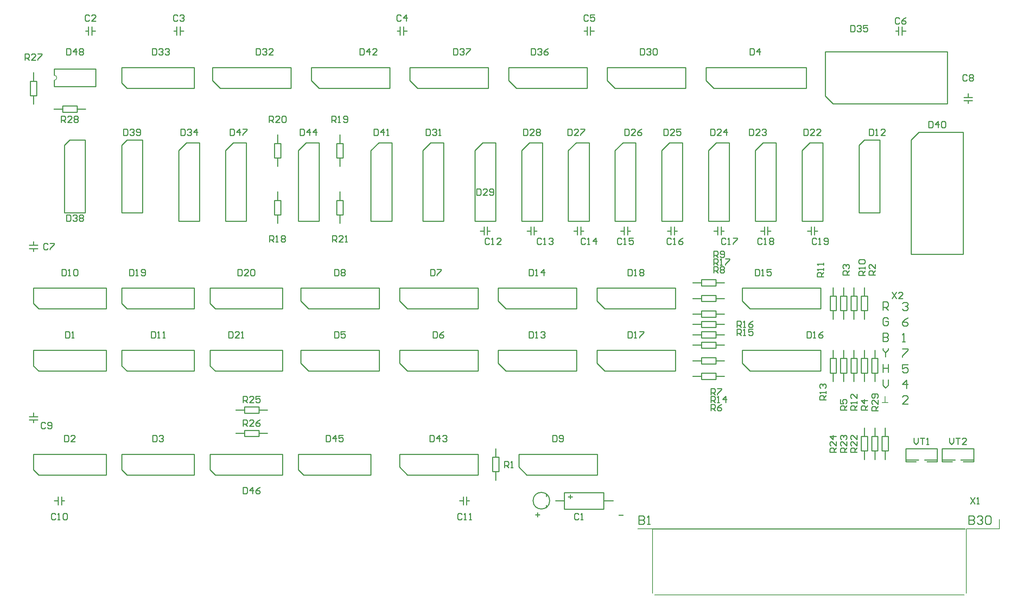
<source format=gto>
G04*
G04 #@! TF.GenerationSoftware,Altium Limited,Altium Designer,23.6.0 (18)*
G04*
G04 Layer_Color=65535*
%FSLAX44Y44*%
%MOMM*%
G71*
G04*
G04 #@! TF.SameCoordinates,8006C624-1F22-46BB-959B-2378D66551BF*
G04*
G04*
G04 #@! TF.FilePolarity,Positive*
G04*
G01*
G75*
%ADD10C,0.2540*%
%ADD11C,0.2000*%
%ADD12C,0.1999*%
%ADD13C,0.2500*%
G36*
X2263057Y537373D02*
X2269908D01*
Y535750D01*
X2254500D01*
Y537373D01*
X2261420D01*
Y552101D01*
X2263057D01*
Y537373D01*
D02*
G37*
D10*
X1455250Y300250D02*
G03*
X1455250Y300250I-20000J0D01*
G01*
X1447000Y283750D02*
Y289500D01*
Y310500D02*
Y316250D01*
X1918750Y812500D02*
X2107500D01*
Y762500D02*
Y812500D01*
X1918750Y781250D02*
Y812500D01*
X1937500Y762500D02*
X2107500D01*
X1918750Y781250D02*
X1937500Y762500D01*
X1918750Y662500D02*
X2107500D01*
Y612500D02*
Y662500D01*
X1918750Y631250D02*
Y662500D01*
X1937500Y612500D02*
X2107500D01*
X1918750Y631250D02*
X1937500Y612500D01*
X425000Y812500D02*
X600000D01*
Y762500D02*
Y812500D01*
X425000Y775000D02*
Y812500D01*
X437500Y762500D02*
X600000D01*
X425000Y775000D02*
X437500Y762500D01*
X2084500Y940000D02*
Y960000D01*
X2075500Y950000D02*
X2084500D01*
X2093500D02*
X2099500D01*
X2092500Y940000D02*
Y960000D01*
X1972000Y940000D02*
Y960000D01*
X1963000Y950000D02*
X1972000D01*
X1981000D02*
X1987000D01*
X1980000Y940000D02*
Y960000D01*
X1859500Y940000D02*
Y960000D01*
X1850500Y950000D02*
X1859500D01*
X1868500D02*
X1874500D01*
X1867500Y940000D02*
Y960000D01*
X1747000Y940000D02*
Y960000D01*
X1738000Y950000D02*
X1747000D01*
X1756000D02*
X1762000D01*
X1755000Y940000D02*
Y960000D01*
X1634500Y940000D02*
Y960000D01*
X1625500Y950000D02*
X1634500D01*
X1643500D02*
X1649500D01*
X1642500Y940000D02*
Y960000D01*
X1522000Y940000D02*
Y960000D01*
X1513000Y950000D02*
X1522000D01*
X1531000D02*
X1537000D01*
X1530000Y940000D02*
Y960000D01*
X1409500Y940000D02*
Y960000D01*
X1400500Y950000D02*
X1409500D01*
X1418500D02*
X1424500D01*
X1417500Y940000D02*
Y960000D01*
X1297000Y940000D02*
Y960000D01*
X1288000Y950000D02*
X1297000D01*
X1306000D02*
X1312000D01*
X1305000Y940000D02*
Y960000D01*
X2000000Y973750D02*
Y1162500D01*
X1950000Y973750D02*
X2000000D01*
X1968750Y1162500D02*
X2000000D01*
X1950000Y973750D02*
Y1143750D01*
X1968750Y1162500D01*
X212500Y375000D02*
X225000Y362500D01*
X387500D01*
X212500Y375000D02*
Y412500D01*
X387500Y362500D02*
Y412500D01*
X212500D02*
X387500D01*
X1585000Y300000D02*
X1608000D01*
X1469000D02*
X1490000D01*
Y280000D02*
X1585000D01*
Y320000D01*
X1490000D02*
X1585000D01*
X1490000Y280000D02*
Y320000D01*
X1500000Y310000D02*
X1510000D01*
X1505000Y305000D02*
Y315000D01*
X2118750Y1275000D02*
Y1381250D01*
X2412500D01*
X2118750Y1275000D02*
X2137500Y1256250D01*
X2412500D01*
Y1381250D01*
X1702999Y233001D02*
X2454499D01*
X1855500Y825000D02*
X1875500D01*
X1820500Y817500D02*
Y832500D01*
Y817500D02*
X1855500D01*
Y832500D01*
X1820500D02*
X1855500D01*
X1799500Y825000D02*
X1820500D01*
X202500Y495000D02*
X222500D01*
X212500Y488000D02*
Y494000D01*
Y503000D02*
Y512000D01*
X202500Y503000D02*
X222500D01*
X202500Y907500D02*
X222500D01*
X212500Y900500D02*
Y906500D01*
Y915500D02*
Y924500D01*
X202500Y915500D02*
X222500D01*
X212500Y1255750D02*
Y1275750D01*
X205000Y1310750D02*
X220000D01*
X205000Y1275750D02*
Y1310750D01*
Y1275750D02*
X220000D01*
Y1310750D01*
X212500Y1310750D02*
Y1331750D01*
X557500Y1421250D02*
Y1441250D01*
X550500Y1431250D02*
X556500D01*
X565500D02*
X574500D01*
X565500Y1421250D02*
Y1441250D01*
X1095000Y1421250D02*
Y1441250D01*
X1088000Y1431250D02*
X1094000D01*
X1103000D02*
X1112000D01*
X1103000Y1421250D02*
Y1441250D01*
X1545000Y1421250D02*
Y1441250D01*
X1538000Y1431250D02*
X1544000D01*
X1553000D02*
X1562000D01*
X1553000Y1421250D02*
Y1441250D01*
X2452500Y1263750D02*
X2472500D01*
X2462500Y1256750D02*
Y1262750D01*
Y1271750D02*
Y1280750D01*
X2452500Y1271750D02*
X2472500D01*
X2295000Y1421250D02*
Y1441250D01*
X2288000Y1431250D02*
X2294000D01*
X2303000D02*
X2312000D01*
X2303000Y1421250D02*
Y1441250D01*
X1831250Y1312500D02*
X1850000Y1293750D01*
X2072500D01*
X1831250Y1312500D02*
Y1343750D01*
X2072500Y1293750D02*
Y1343750D01*
X1831250D02*
X2072500D01*
X1247000Y290000D02*
Y310000D01*
X1238000Y300000D02*
X1247000D01*
X1256000D02*
X1262000D01*
X1255000Y290000D02*
Y310000D01*
X272000Y290000D02*
Y310000D01*
X263000Y300000D02*
X272000D01*
X281000D02*
X287000D01*
X280000Y290000D02*
Y310000D01*
X2237500Y587000D02*
Y608000D01*
X2230000Y608000D02*
Y643000D01*
X2245000D01*
Y608000D02*
Y643000D01*
X2230000Y608000D02*
X2245000D01*
X2237500Y643000D02*
Y663000D01*
X2262500Y399500D02*
Y420500D01*
X2255000Y420500D02*
Y455500D01*
X2270000D01*
Y420500D02*
Y455500D01*
X2255000Y420500D02*
X2270000D01*
X2262500Y455500D02*
Y475500D01*
X2237500Y399500D02*
Y420500D01*
X2230000Y420500D02*
Y455500D01*
X2245000D01*
Y420500D02*
Y455500D01*
X2230000Y420500D02*
X2245000D01*
X2237500Y455500D02*
Y475500D01*
X2212500Y399500D02*
Y420500D01*
X2205000Y420500D02*
Y455500D01*
X2220000D01*
Y420500D02*
Y455500D01*
X2205000Y420500D02*
X2220000D01*
X2212500Y455500D02*
Y475500D01*
X699500Y462500D02*
X720500D01*
X720500Y470000D02*
X755500D01*
Y455000D02*
Y470000D01*
X720500Y455000D02*
X755500D01*
X720500D02*
Y470000D01*
X755500Y462500D02*
X775500D01*
X699500Y518750D02*
X720500D01*
X720500Y526250D02*
X755500D01*
Y511250D02*
Y526250D01*
X720500Y511250D02*
X755500D01*
X720500D02*
Y526250D01*
X755500Y518750D02*
X775500D01*
X1325000Y349500D02*
Y370500D01*
X1317500Y370500D02*
Y405500D01*
X1332500D01*
Y370500D02*
Y405500D01*
X1317500Y370500D02*
X1332500D01*
X1325000Y405500D02*
Y425500D01*
X2212500Y587000D02*
Y608000D01*
X2205000Y608000D02*
Y643000D01*
X2220000D01*
Y608000D02*
Y643000D01*
X2205000Y608000D02*
X2220000D01*
X2212500Y643000D02*
Y663000D01*
X2187500Y587000D02*
Y608000D01*
X2180000Y608000D02*
Y643000D01*
X2195000D01*
Y608000D02*
Y643000D01*
X2180000Y608000D02*
X2195000D01*
X2187500Y643000D02*
Y663000D01*
X2162500Y587000D02*
Y608000D01*
X2155000Y608000D02*
Y643000D01*
X2170000D01*
Y608000D02*
Y643000D01*
X2155000Y608000D02*
X2170000D01*
X2162500Y643000D02*
Y663000D01*
X2137500Y587000D02*
Y608000D01*
X2130000Y608000D02*
Y643000D01*
X2145000D01*
Y608000D02*
Y643000D01*
X2130000Y608000D02*
X2145000D01*
X2137500Y643000D02*
Y663000D01*
X2212500Y737000D02*
Y758000D01*
X2205000Y758000D02*
Y793000D01*
X2220000D01*
Y758000D02*
Y793000D01*
X2205000Y758000D02*
X2220000D01*
X2212500Y793000D02*
Y813000D01*
X2187500Y737000D02*
Y758000D01*
X2180000Y758000D02*
Y793000D01*
X2195000D01*
Y758000D02*
Y793000D01*
X2180000Y758000D02*
X2195000D01*
X2187500Y793000D02*
Y813000D01*
X2162500Y737000D02*
Y758000D01*
X2155000Y758000D02*
Y793000D01*
X2170000D01*
Y758000D02*
Y793000D01*
X2155000Y758000D02*
X2170000D01*
X2162500Y793000D02*
Y813000D01*
X2137500Y737000D02*
Y758000D01*
X2130000Y758000D02*
Y793000D01*
X2145000D01*
Y758000D02*
Y793000D01*
X2130000Y758000D02*
X2145000D01*
X2137500Y793000D02*
Y813000D01*
X1799500Y700000D02*
X1820500D01*
X1820500Y707500D02*
X1855500D01*
Y692500D02*
Y707500D01*
X1820500Y692500D02*
X1855500D01*
X1820500D02*
Y707500D01*
X1855500Y700000D02*
X1875500D01*
X1799500Y675000D02*
X1820500D01*
X1820500Y682500D02*
X1855500D01*
Y667500D02*
Y682500D01*
X1820500Y667500D02*
X1855500D01*
X1820500D02*
Y682500D01*
X1855500Y675000D02*
X1875500D01*
X1799500Y637500D02*
X1820500D01*
X1820500Y645000D02*
X1855500D01*
Y630000D02*
Y645000D01*
X1820500Y630000D02*
X1855500D01*
X1820500D02*
Y645000D01*
X1855500Y637500D02*
X1875500D01*
X1799500Y600000D02*
X1820500D01*
X1820500Y607500D02*
X1855500D01*
Y592500D02*
Y607500D01*
X1820500Y592500D02*
X1855500D01*
X1820500D02*
Y607500D01*
X1855500Y600000D02*
X1875500D01*
X1799500Y787500D02*
X1820500D01*
X1820500Y795000D02*
X1855500D01*
Y780000D02*
Y795000D01*
X1820500Y780000D02*
X1855500D01*
X1820500D02*
Y795000D01*
X1855500Y787500D02*
X1875500D01*
X1799500Y725000D02*
X1820500D01*
X1820500Y732500D02*
X1855500D01*
Y717500D02*
Y732500D01*
X1820500Y717500D02*
X1855500D01*
X1820500D02*
Y732500D01*
X1855500Y725000D02*
X1875500D01*
X1799500Y750000D02*
X1820500D01*
X1820500Y757500D02*
X1855500D01*
Y742500D02*
Y757500D01*
X1820500Y742500D02*
X1855500D01*
X1820500D02*
Y757500D01*
X1855500Y750000D02*
X1875500D01*
X353000Y1421250D02*
Y1441250D01*
Y1431250D02*
X362000D01*
X338000D02*
X344000D01*
X345000Y1421250D02*
Y1441250D01*
X800000Y1160750D02*
Y1181750D01*
X807500Y1125750D02*
Y1160750D01*
X792500Y1125750D02*
X807500D01*
X792500D02*
Y1160750D01*
X807500D01*
X800000Y1105750D02*
Y1125750D01*
X950000Y1160750D02*
Y1181750D01*
X957500Y1125750D02*
Y1160750D01*
X942500Y1125750D02*
X957500D01*
X942500D02*
Y1160750D01*
X957500D01*
X950000Y1105750D02*
Y1125750D01*
Y1023250D02*
Y1044250D01*
X957500Y988250D02*
Y1023250D01*
X942500Y988250D02*
X957500D01*
X942500D02*
Y1023250D01*
X957500D01*
X950000Y968250D02*
Y988250D01*
X800000Y1023250D02*
Y1044250D01*
X807500Y988250D02*
Y1023250D01*
X792500Y988250D02*
X807500D01*
X792500D02*
Y1023250D01*
X807500D01*
X800000Y968250D02*
Y988250D01*
X262000Y1243750D02*
X283000D01*
X283000Y1251250D02*
X318000D01*
Y1236250D02*
Y1251250D01*
X283000Y1236250D02*
X318000D01*
X283000D02*
Y1251250D01*
X318000Y1243750D02*
X338000D01*
X1381250Y381250D02*
X1400000Y362500D01*
X1570000D01*
X1381250Y381250D02*
Y412500D01*
X1570000Y362500D02*
Y412500D01*
X1381250D02*
X1570000D01*
X1093750Y381250D02*
X1112500Y362500D01*
X1282500D01*
X1093750Y381250D02*
Y412500D01*
X1282500Y362500D02*
Y412500D01*
X1093750D02*
X1282500D01*
X637500D02*
X812500D01*
Y362500D02*
Y412500D01*
X637500Y375000D02*
Y412500D01*
X650000Y362500D02*
X812500D01*
X637500Y375000D02*
X650000Y362500D01*
X850000Y412500D02*
X1025000D01*
Y362500D02*
Y412500D01*
X850000Y375000D02*
Y412500D01*
X862500Y362500D02*
X1025000D01*
X850000Y375000D02*
X862500Y362500D01*
X425000Y375000D02*
X437500Y362500D01*
X600000D01*
X425000Y375000D02*
Y412500D01*
X600000Y362500D02*
Y412500D01*
X425000D02*
X600000D01*
X425000Y662500D02*
X600000D01*
Y612500D02*
Y662500D01*
X425000Y625000D02*
Y662500D01*
X437500Y612500D02*
X600000D01*
X425000Y625000D02*
X437500Y612500D01*
X212500Y625000D02*
X225000Y612500D01*
X387500D01*
X212500Y625000D02*
Y662500D01*
X387500Y612500D02*
Y662500D01*
X212500D02*
X387500D01*
X637500D02*
X812500D01*
Y612500D02*
Y662500D01*
X637500Y625000D02*
Y662500D01*
X650000Y612500D02*
X812500D01*
X637500Y625000D02*
X650000Y612500D01*
X1568750Y781250D02*
X1587500Y762500D01*
X1757500D01*
X1568750Y781250D02*
Y812500D01*
X1757500Y762500D02*
Y812500D01*
X1568750D02*
X1757500D01*
X1568750Y631250D02*
X1587500Y612500D01*
X1757500D01*
X1568750Y631250D02*
Y662500D01*
X1757500Y612500D02*
Y662500D01*
X1568750D02*
X1757500D01*
X1331250Y631250D02*
X1350000Y612500D01*
X1520000D01*
X1331250Y631250D02*
Y662500D01*
X1520000Y612500D02*
Y662500D01*
X1331250D02*
X1520000D01*
X1331250Y781250D02*
X1350000Y762500D01*
X1520000D01*
X1331250Y781250D02*
Y812500D01*
X1520000Y762500D02*
Y812500D01*
X1331250D02*
X1520000D01*
X856250Y631250D02*
X875000Y612500D01*
X1045000D01*
X856250Y631250D02*
Y662500D01*
X1045000Y612500D02*
Y662500D01*
X856250D02*
X1045000D01*
X1093750Y631250D02*
X1112500Y612500D01*
X1282500D01*
X1093750Y631250D02*
Y662500D01*
X1282500Y612500D02*
Y662500D01*
X1093750D02*
X1282500D01*
X1093750Y781250D02*
X1112500Y762500D01*
X1282500D01*
X1093750Y781250D02*
Y812500D01*
X1282500Y762500D02*
Y812500D01*
X1093750D02*
X1282500D01*
X856250Y781250D02*
X875000Y762500D01*
X1045000D01*
X856250Y781250D02*
Y812500D01*
X1045000Y762500D02*
Y812500D01*
X856250D02*
X1045000D01*
X637500Y775000D02*
X650000Y762500D01*
X812500D01*
X637500Y775000D02*
Y812500D01*
X812500Y762500D02*
Y812500D01*
X637500D02*
X812500D01*
X212500Y775000D02*
X225000Y762500D01*
X387500D01*
X212500Y775000D02*
Y812500D01*
X387500Y762500D02*
Y812500D01*
X212500D02*
X387500D01*
X2325000Y893750D02*
X2450000D01*
X2325000D02*
Y1168750D01*
X2343750Y1187500D01*
X2450000Y893750D02*
Y1187500D01*
X2343750D02*
X2450000D01*
X2200000Y1156250D02*
X2212500Y1168750D01*
X2200000Y993750D02*
Y1156250D01*
X2212500Y1168750D02*
X2250000D01*
X2200000Y993750D02*
X2250000D01*
Y1168750D01*
X1612533Y1143783D02*
X1631283Y1162533D01*
X1612533Y973783D02*
Y1143783D01*
X1631283Y1162533D02*
X1662533D01*
X1612533Y973783D02*
X1662533D01*
Y1162533D01*
X1724967Y1143707D02*
X1743717Y1162457D01*
X1724967Y973708D02*
Y1143707D01*
X1743717Y1162457D02*
X1774967D01*
X1724967Y973708D02*
X1774967D01*
Y1162457D01*
X1837533Y1143783D02*
X1856283Y1162533D01*
X1837533Y973783D02*
Y1143783D01*
X1856283Y1162533D02*
X1887533D01*
X1837533Y973783D02*
X1887533D01*
Y1162533D01*
X2062500Y1143740D02*
X2081250Y1162490D01*
X2062500Y973740D02*
Y1143740D01*
X2081250Y1162490D02*
X2112500D01*
X2062500Y973740D02*
X2112500D01*
Y1162490D01*
X1500000Y1143750D02*
X1518750Y1162500D01*
X1500000Y973750D02*
Y1143750D01*
X1518750Y1162500D02*
X1550000D01*
X1500000Y973750D02*
X1550000D01*
Y1162500D01*
X1387500Y1143750D02*
X1406250Y1162500D01*
X1387500Y973750D02*
Y1143750D01*
X1406250Y1162500D02*
X1437500D01*
X1387500Y973750D02*
X1437500D01*
Y1162500D01*
X1275000Y1143750D02*
X1293750Y1162500D01*
X1275000Y973750D02*
Y1143750D01*
X1293750Y1162500D02*
X1325000D01*
X1275000Y973750D02*
X1325000D01*
Y1162500D01*
X1150000Y1143750D02*
X1168750Y1162500D01*
X1150000Y973750D02*
Y1143750D01*
X1168750Y1162500D02*
X1200000D01*
X1150000Y973750D02*
X1200000D01*
Y1162500D01*
X1025000Y1143750D02*
X1043750Y1162500D01*
X1025000Y973750D02*
Y1143750D01*
X1043750Y1162500D02*
X1075000D01*
X1025000Y973750D02*
X1075000D01*
Y1162500D01*
X850000Y1143750D02*
X868750Y1162500D01*
X850000Y973750D02*
Y1143750D01*
X868750Y1162500D02*
X900000D01*
X850000Y973750D02*
X900000D01*
Y1162500D01*
X675000Y1143750D02*
X693750Y1162500D01*
X675000Y973750D02*
Y1143750D01*
X693750Y1162500D02*
X725000D01*
X675000Y973750D02*
X725000D01*
Y1162500D01*
X562500Y1143750D02*
X581250Y1162500D01*
X562500Y973750D02*
Y1143750D01*
X581250Y1162500D02*
X612500D01*
X562500Y973750D02*
X612500D01*
Y1162500D01*
X475000Y993750D02*
Y1168750D01*
X425000Y993750D02*
X475000D01*
X437500Y1168750D02*
X475000D01*
X425000Y993750D02*
Y1156250D01*
X437500Y1168750D01*
X287500Y1156250D02*
X300000Y1168750D01*
X287500Y993750D02*
Y1156250D01*
X300000Y1168750D02*
X337500D01*
X287500Y993750D02*
X337500D01*
Y1168750D01*
X1593750Y1312500D02*
X1612500Y1293750D01*
X1782500D01*
X1593750Y1312500D02*
Y1343750D01*
X1782500Y1293750D02*
Y1343750D01*
X1593750D02*
X1782500D01*
X1356250Y1312500D02*
X1375000Y1293750D01*
X1545000D01*
X1356250Y1312500D02*
Y1343750D01*
X1545000Y1293750D02*
Y1343750D01*
X1356250D02*
X1545000D01*
X1118750Y1312500D02*
X1137500Y1293750D01*
X1307500D01*
X1118750Y1312500D02*
Y1343750D01*
X1307500Y1293750D02*
Y1343750D01*
X1118750D02*
X1307500D01*
X881250Y1312500D02*
X900000Y1293750D01*
X1070000D01*
X881250Y1312500D02*
Y1343750D01*
X1070000Y1293750D02*
Y1343750D01*
X881250D02*
X1070000D01*
X643750Y1312500D02*
X662500Y1293750D01*
X832500D01*
X643750Y1312500D02*
Y1343750D01*
X832500Y1293750D02*
Y1343750D01*
X643750D02*
X832500D01*
X425000Y1306250D02*
X437500Y1293750D01*
X600000D01*
X425000Y1306250D02*
Y1343750D01*
X600000Y1293750D02*
Y1343750D01*
X425000D02*
X600000D01*
X1420540Y266618D02*
X1430697D01*
X1425618Y271697D02*
Y261540D01*
X1621540Y265540D02*
X1631697D01*
X2464000Y263835D02*
Y243841D01*
X2473997D01*
X2477329Y247173D01*
Y250506D01*
X2473997Y253838D01*
X2464000D01*
X2473997D01*
X2477329Y257170D01*
Y260502D01*
X2473997Y263835D01*
X2464000D01*
X2483994Y260502D02*
X2487326Y263835D01*
X2493990D01*
X2497323Y260502D01*
Y257170D01*
X2493990Y253838D01*
X2490658D01*
X2493990D01*
X2497323Y250506D01*
Y247173D01*
X2493990Y243841D01*
X2487326D01*
X2483994Y247173D01*
X2503987Y260502D02*
X2507319Y263835D01*
X2513984D01*
X2517316Y260502D01*
Y247173D01*
X2513984Y243841D01*
X2507319D01*
X2503987Y247173D01*
Y260502D01*
X1670000Y263835D02*
Y243841D01*
X1679997D01*
X1683329Y247173D01*
Y250506D01*
X1679997Y253838D01*
X1670000D01*
X1679997D01*
X1683329Y257170D01*
Y260502D01*
X1679997Y263835D01*
X1670000D01*
X1689994Y243841D02*
X1696658D01*
X1693326D01*
Y263835D01*
X1689994Y260502D01*
X443456Y857617D02*
Y842383D01*
X451074D01*
X453613Y844922D01*
Y855078D01*
X451074Y857617D01*
X443456D01*
X458691Y842383D02*
X463770D01*
X461230D01*
Y857617D01*
X458691Y855078D01*
X471387Y844922D02*
X473926Y842383D01*
X479005D01*
X481544Y844922D01*
Y855078D01*
X479005Y857617D01*
X473926D01*
X471387Y855078D01*
Y852539D01*
X473926Y850000D01*
X481544D01*
X2097363Y930078D02*
X2094824Y932617D01*
X2089745D01*
X2087206Y930078D01*
Y919922D01*
X2089745Y917383D01*
X2094824D01*
X2097363Y919922D01*
X2102441Y917383D02*
X2107520D01*
X2104980D01*
Y932617D01*
X2102441Y930078D01*
X2115137Y919922D02*
X2117676Y917383D01*
X2122755D01*
X2125294Y919922D01*
Y930078D01*
X2122755Y932617D01*
X2117676D01*
X2115137Y930078D01*
Y927539D01*
X2117676Y925000D01*
X2125294D01*
X1966113Y930078D02*
X1963574Y932617D01*
X1958495D01*
X1955956Y930078D01*
Y919922D01*
X1958495Y917383D01*
X1963574D01*
X1966113Y919922D01*
X1971191Y917383D02*
X1976270D01*
X1973730D01*
Y932617D01*
X1971191Y930078D01*
X1983887D02*
X1986426Y932617D01*
X1991505D01*
X1994044Y930078D01*
Y927539D01*
X1991505Y925000D01*
X1994044Y922461D01*
Y919922D01*
X1991505Y917383D01*
X1986426D01*
X1983887Y919922D01*
Y922461D01*
X1986426Y925000D01*
X1983887Y927539D01*
Y930078D01*
X1986426Y925000D02*
X1991505D01*
X1878613Y930078D02*
X1876074Y932617D01*
X1870995D01*
X1868456Y930078D01*
Y919922D01*
X1870995Y917383D01*
X1876074D01*
X1878613Y919922D01*
X1883691Y917383D02*
X1888770D01*
X1886230D01*
Y932617D01*
X1883691Y930078D01*
X1896387Y932617D02*
X1906544D01*
Y930078D01*
X1896387Y919922D01*
Y917383D01*
X1747363Y930078D02*
X1744824Y932617D01*
X1739745D01*
X1737206Y930078D01*
Y919922D01*
X1739745Y917383D01*
X1744824D01*
X1747363Y919922D01*
X1752441Y917383D02*
X1757520D01*
X1754980D01*
Y932617D01*
X1752441Y930078D01*
X1775294Y932617D02*
X1770215Y930078D01*
X1765137Y925000D01*
Y919922D01*
X1767676Y917383D01*
X1772755D01*
X1775294Y919922D01*
Y922461D01*
X1772755Y925000D01*
X1765137D01*
X1628613Y930078D02*
X1626074Y932617D01*
X1620995D01*
X1618456Y930078D01*
Y919922D01*
X1620995Y917383D01*
X1626074D01*
X1628613Y919922D01*
X1633691Y917383D02*
X1638770D01*
X1636230D01*
Y932617D01*
X1633691Y930078D01*
X1656544Y932617D02*
X1646387D01*
Y925000D01*
X1651465Y927539D01*
X1654005D01*
X1656544Y925000D01*
Y919922D01*
X1654005Y917383D01*
X1648926D01*
X1646387Y919922D01*
X1541113Y930078D02*
X1538574Y932617D01*
X1533495D01*
X1530956Y930078D01*
Y919922D01*
X1533495Y917383D01*
X1538574D01*
X1541113Y919922D01*
X1546191Y917383D02*
X1551270D01*
X1548730D01*
Y932617D01*
X1546191Y930078D01*
X1566505Y917383D02*
Y932617D01*
X1558887Y925000D01*
X1569044D01*
X1434863Y930078D02*
X1432324Y932617D01*
X1427245D01*
X1424706Y930078D01*
Y919922D01*
X1427245Y917383D01*
X1432324D01*
X1434863Y919922D01*
X1439941Y917383D02*
X1445020D01*
X1442480D01*
Y932617D01*
X1439941Y930078D01*
X1452637D02*
X1455176Y932617D01*
X1460255D01*
X1462794Y930078D01*
Y927539D01*
X1460255Y925000D01*
X1457715D01*
X1460255D01*
X1462794Y922461D01*
Y919922D01*
X1460255Y917383D01*
X1455176D01*
X1452637Y919922D01*
X1309863Y930078D02*
X1307324Y932617D01*
X1302245D01*
X1299706Y930078D01*
Y919922D01*
X1302245Y917383D01*
X1307324D01*
X1309863Y919922D01*
X1314941Y917383D02*
X1320020D01*
X1317480D01*
Y932617D01*
X1314941Y930078D01*
X1337794Y917383D02*
X1327637D01*
X1337794Y927539D01*
Y930078D01*
X1335255Y932617D01*
X1330176D01*
X1327637Y930078D01*
X2279142Y802635D02*
X2289299Y787400D01*
Y802635D02*
X2279142Y787400D01*
X2304534D02*
X2294377D01*
X2304534Y797557D01*
Y800096D01*
X2301995Y802635D01*
X2296916D01*
X2294377Y800096D01*
X2467843Y307617D02*
X2478000Y292383D01*
Y307617D02*
X2467843Y292383D01*
X2483078D02*
X2488157D01*
X2485618D01*
Y307617D01*
X2483078Y305078D01*
X1243652Y267578D02*
X1241113Y270117D01*
X1236034D01*
X1233495Y267578D01*
Y257422D01*
X1236034Y254883D01*
X1241113D01*
X1243652Y257422D01*
X1248730Y254883D02*
X1253809D01*
X1251270D01*
Y270117D01*
X1248730Y267578D01*
X1261426Y254883D02*
X1266505D01*
X1263966D01*
Y270117D01*
X1261426Y267578D01*
X266113D02*
X263574Y270117D01*
X258495D01*
X255956Y267578D01*
Y257422D01*
X258495Y254883D01*
X263574D01*
X266113Y257422D01*
X271191Y254883D02*
X276270D01*
X273730D01*
Y270117D01*
X271191Y267578D01*
X283887D02*
X286426Y270117D01*
X291505D01*
X294044Y267578D01*
Y257422D01*
X291505Y254883D01*
X286426D01*
X283887Y257422D01*
Y267578D01*
X241211Y486328D02*
X238672Y488867D01*
X233593D01*
X231054Y486328D01*
Y476172D01*
X233593Y473633D01*
X238672D01*
X241211Y476172D01*
X246289D02*
X248828Y473633D01*
X253907D01*
X256446Y476172D01*
Y486328D01*
X253907Y488867D01*
X248828D01*
X246289Y486328D01*
Y483789D01*
X248828Y481250D01*
X256446D01*
X2459961Y1323828D02*
X2457422Y1326367D01*
X2452343D01*
X2449804Y1323828D01*
Y1313672D01*
X2452343Y1311133D01*
X2457422D01*
X2459961Y1313672D01*
X2465039Y1323828D02*
X2467578Y1326367D01*
X2472657D01*
X2475196Y1323828D01*
Y1321289D01*
X2472657Y1318750D01*
X2475196Y1316211D01*
Y1313672D01*
X2472657Y1311133D01*
X2467578D01*
X2465039Y1313672D01*
Y1316211D01*
X2467578Y1318750D01*
X2465039Y1321289D01*
Y1323828D01*
X2467578Y1318750D02*
X2472657D01*
X247461Y917578D02*
X244922Y920117D01*
X239843D01*
X237304Y917578D01*
Y907422D01*
X239843Y904883D01*
X244922D01*
X247461Y907422D01*
X252539Y920117D02*
X262696D01*
Y917578D01*
X252539Y907422D01*
Y904883D01*
X2297461Y1461328D02*
X2294922Y1463867D01*
X2289843D01*
X2287304Y1461328D01*
Y1451172D01*
X2289843Y1448633D01*
X2294922D01*
X2297461Y1451172D01*
X2312696Y1463867D02*
X2307617Y1461328D01*
X2302539Y1456250D01*
Y1451172D01*
X2305078Y1448633D01*
X2310157D01*
X2312696Y1451172D01*
Y1453711D01*
X2310157Y1456250D01*
X2302539D01*
X1547461Y1467578D02*
X1544922Y1470117D01*
X1539843D01*
X1537304Y1467578D01*
Y1457422D01*
X1539843Y1454883D01*
X1544922D01*
X1547461Y1457422D01*
X1562696Y1470117D02*
X1552539D01*
Y1462500D01*
X1557617Y1465039D01*
X1560157D01*
X1562696Y1462500D01*
Y1457422D01*
X1560157Y1454883D01*
X1555078D01*
X1552539Y1457422D01*
X1097461Y1467578D02*
X1094922Y1470117D01*
X1089843D01*
X1087304Y1467578D01*
Y1457422D01*
X1089843Y1454883D01*
X1094922D01*
X1097461Y1457422D01*
X1110157Y1454883D02*
Y1470117D01*
X1102539Y1462500D01*
X1112696D01*
X559961Y1467578D02*
X557422Y1470117D01*
X552343D01*
X549804Y1467578D01*
Y1457422D01*
X552343Y1454883D01*
X557422D01*
X559961Y1457422D01*
X565039Y1467578D02*
X567578Y1470117D01*
X572657D01*
X575196Y1467578D01*
Y1465039D01*
X572657Y1462500D01*
X570117D01*
X572657D01*
X575196Y1459961D01*
Y1457422D01*
X572657Y1454883D01*
X567578D01*
X565039Y1457422D01*
X1525000Y267578D02*
X1522461Y270117D01*
X1517383D01*
X1514843Y267578D01*
Y257422D01*
X1517383Y254883D01*
X1522461D01*
X1525000Y257422D01*
X1530078Y254883D02*
X1535157D01*
X1532618D01*
Y270117D01*
X1530078Y267578D01*
X2245117Y517187D02*
X2229882D01*
Y524804D01*
X2232422Y527343D01*
X2237500D01*
X2240039Y524804D01*
Y517187D01*
Y522265D02*
X2245117Y527343D01*
Y542578D02*
Y532422D01*
X2234961Y542578D01*
X2232422D01*
X2229882Y540039D01*
Y534961D01*
X2232422Y532422D01*
X2242578Y547657D02*
X2245117Y550196D01*
Y555274D01*
X2242578Y557813D01*
X2232422D01*
X2229882Y555274D01*
Y550196D01*
X2232422Y547657D01*
X2234961D01*
X2237500Y550196D01*
Y557813D01*
X2195117Y417187D02*
X2179882D01*
Y424804D01*
X2182422Y427343D01*
X2187500D01*
X2190039Y424804D01*
Y417187D01*
Y422265D02*
X2195117Y427343D01*
Y442578D02*
Y432422D01*
X2184961Y442578D01*
X2182422D01*
X2179882Y440039D01*
Y434961D01*
X2182422Y432422D01*
X2195117Y457813D02*
Y447657D01*
X2184961Y457813D01*
X2182422D01*
X2179882Y455274D01*
Y450196D01*
X2182422Y447657D01*
X2170117Y417187D02*
X2154882D01*
Y424804D01*
X2157422Y427343D01*
X2162500D01*
X2165039Y424804D01*
Y417187D01*
Y422265D02*
X2170117Y427343D01*
Y442578D02*
Y432422D01*
X2159961Y442578D01*
X2157422D01*
X2154882Y440039D01*
Y434961D01*
X2157422Y432422D01*
Y447657D02*
X2154882Y450196D01*
Y455274D01*
X2157422Y457813D01*
X2159961D01*
X2162500Y455274D01*
Y452735D01*
Y455274D01*
X2165039Y457813D01*
X2167578D01*
X2170117Y455274D01*
Y450196D01*
X2167578Y447657D01*
X2145117Y417187D02*
X2129882D01*
Y424804D01*
X2132422Y427343D01*
X2137500D01*
X2140039Y424804D01*
Y417187D01*
Y422265D02*
X2145117Y427343D01*
Y442578D02*
Y432422D01*
X2134961Y442578D01*
X2132422D01*
X2129882Y440039D01*
Y434961D01*
X2132422Y432422D01*
X2145117Y455274D02*
X2129882D01*
X2137500Y447657D01*
Y457813D01*
X2417187Y451367D02*
Y441211D01*
X2422265Y436133D01*
X2427343Y441211D01*
Y451367D01*
X2432422D02*
X2442578D01*
X2437500D01*
Y436133D01*
X2457813D02*
X2447657D01*
X2457813Y446289D01*
Y448828D01*
X2455274Y451367D01*
X2450196D01*
X2447657Y448828D01*
X2332226Y451367D02*
Y441211D01*
X2337304Y436133D01*
X2342383Y441211D01*
Y451367D01*
X2347461D02*
X2357618D01*
X2352539D01*
Y436133D01*
X2362696D02*
X2367774D01*
X2365235D01*
Y451367D01*
X2362696Y448828D01*
X717187Y479883D02*
Y495117D01*
X724804D01*
X727343Y492578D01*
Y487500D01*
X724804Y484961D01*
X717187D01*
X722265D02*
X727343Y479883D01*
X742578D02*
X732422D01*
X742578Y490039D01*
Y492578D01*
X740039Y495117D01*
X734961D01*
X732422Y492578D01*
X757813Y495117D02*
X752735Y492578D01*
X747657Y487500D01*
Y482422D01*
X750196Y479883D01*
X755274D01*
X757813Y482422D01*
Y484961D01*
X755274Y487500D01*
X747657D01*
X717187Y536133D02*
Y551367D01*
X724804D01*
X727343Y548828D01*
Y543750D01*
X724804Y541211D01*
X717187D01*
X722265D02*
X727343Y536133D01*
X742578D02*
X732422D01*
X742578Y546289D01*
Y548828D01*
X740039Y551367D01*
X734961D01*
X732422Y548828D01*
X757813Y551367D02*
X747657D01*
Y543750D01*
X752735Y546289D01*
X755274D01*
X757813Y543750D01*
Y538672D01*
X755274Y536133D01*
X750196D01*
X747657Y538672D01*
X1346093Y379883D02*
Y395117D01*
X1353711D01*
X1356250Y392578D01*
Y387500D01*
X1353711Y384961D01*
X1346093D01*
X1351172D02*
X1356250Y379883D01*
X1361328D02*
X1366407D01*
X1363868D01*
Y395117D01*
X1361328Y392578D01*
X2220117Y518554D02*
X2204882D01*
Y526172D01*
X2207422Y528711D01*
X2212500D01*
X2215039Y526172D01*
Y518554D01*
Y523632D02*
X2220117Y528711D01*
Y541407D02*
X2204882D01*
X2212500Y533789D01*
Y543946D01*
X2195117Y518456D02*
X2179882D01*
Y526074D01*
X2182422Y528613D01*
X2187500D01*
X2190039Y526074D01*
Y518456D01*
Y523535D02*
X2195117Y528613D01*
Y533691D02*
Y538770D01*
Y536230D01*
X2179882D01*
X2182422Y533691D01*
X2195117Y556544D02*
Y546387D01*
X2184961Y556544D01*
X2182422D01*
X2179882Y554005D01*
Y548926D01*
X2182422Y546387D01*
X2170117Y518554D02*
X2154882D01*
Y526172D01*
X2157422Y528711D01*
X2162500D01*
X2165039Y526172D01*
Y518554D01*
Y523632D02*
X2170117Y528711D01*
X2154882Y543946D02*
Y533789D01*
X2162500D01*
X2159961Y538867D01*
Y541407D01*
X2162500Y543946D01*
X2167578D01*
X2170117Y541407D01*
Y536328D01*
X2167578Y533789D01*
X2120117Y543456D02*
X2104882D01*
Y551074D01*
X2107422Y553613D01*
X2112500D01*
X2115039Y551074D01*
Y543456D01*
Y548535D02*
X2120117Y553613D01*
Y558691D02*
Y563770D01*
Y561230D01*
X2104882D01*
X2107422Y558691D01*
Y571387D02*
X2104882Y573926D01*
Y579005D01*
X2107422Y581544D01*
X2109961D01*
X2112500Y579005D01*
Y576465D01*
Y579005D01*
X2115039Y581544D01*
X2117578D01*
X2120117Y579005D01*
Y573926D01*
X2117578Y571387D01*
X2238867Y843554D02*
X2223632D01*
Y851172D01*
X2226172Y853711D01*
X2231250D01*
X2233789Y851172D01*
Y843554D01*
Y848632D02*
X2238867Y853711D01*
Y868946D02*
Y858789D01*
X2228711Y868946D01*
X2226172D01*
X2223632Y866407D01*
Y861328D01*
X2226172Y858789D01*
X2213867Y843456D02*
X2198632D01*
Y851074D01*
X2201172Y853613D01*
X2206250D01*
X2208789Y851074D01*
Y843456D01*
Y848534D02*
X2213867Y853613D01*
Y858691D02*
Y863770D01*
Y861230D01*
X2198632D01*
X2201172Y858691D01*
Y871387D02*
X2198632Y873926D01*
Y879005D01*
X2201172Y881544D01*
X2211328D01*
X2213867Y879005D01*
Y873926D01*
X2211328Y871387D01*
X2201172D01*
X2176367Y843554D02*
X2161132D01*
Y851172D01*
X2163672Y853711D01*
X2168750D01*
X2171289Y851172D01*
Y843554D01*
Y848632D02*
X2176367Y853711D01*
X2163672Y858789D02*
X2161132Y861328D01*
Y866407D01*
X2163672Y868946D01*
X2166211D01*
X2168750Y866407D01*
Y863867D01*
Y866407D01*
X2171289Y868946D01*
X2173828D01*
X2176367Y866407D01*
Y861328D01*
X2173828Y858789D01*
X2113867Y839745D02*
X2098632D01*
Y847363D01*
X2101172Y849902D01*
X2106250D01*
X2108789Y847363D01*
Y839745D01*
Y844824D02*
X2113867Y849902D01*
Y854980D02*
Y860059D01*
Y857520D01*
X2098632D01*
X2101172Y854980D01*
X2113867Y867676D02*
Y872755D01*
Y870216D01*
X2098632D01*
X2101172Y867676D01*
X1905956Y698633D02*
Y713867D01*
X1913574D01*
X1916113Y711328D01*
Y706250D01*
X1913574Y703711D01*
X1905956D01*
X1911035D02*
X1916113Y698633D01*
X1921191D02*
X1926270D01*
X1923730D01*
Y713867D01*
X1921191Y711328D01*
X1944044Y713867D02*
X1933887D01*
Y706250D01*
X1938965Y708789D01*
X1941505D01*
X1944044Y706250D01*
Y701172D01*
X1941505Y698633D01*
X1936426D01*
X1933887Y701172D01*
X1843554Y554883D02*
Y570117D01*
X1851172D01*
X1853711Y567578D01*
Y562500D01*
X1851172Y559961D01*
X1843554D01*
X1848633D02*
X1853711Y554883D01*
X1858789Y570117D02*
X1868946D01*
Y567578D01*
X1858789Y557422D01*
Y554883D01*
X1843456Y536133D02*
Y551367D01*
X1851074D01*
X1853613Y548828D01*
Y543750D01*
X1851074Y541211D01*
X1843456D01*
X1848535D02*
X1853613Y536133D01*
X1858691D02*
X1863770D01*
X1861230D01*
Y551367D01*
X1858691Y548828D01*
X1879005Y536133D02*
Y551367D01*
X1871387Y543750D01*
X1881544D01*
X1843554Y517383D02*
Y532617D01*
X1851172D01*
X1853711Y530078D01*
Y525000D01*
X1851172Y522461D01*
X1843554D01*
X1848633D02*
X1853711Y517383D01*
X1868946Y532617D02*
X1863867Y530078D01*
X1858789Y525000D01*
Y519922D01*
X1861328Y517383D01*
X1866407D01*
X1868946Y519922D01*
Y522461D01*
X1866407Y525000D01*
X1858789D01*
X1849706Y867383D02*
Y882617D01*
X1857324D01*
X1859863Y880078D01*
Y875000D01*
X1857324Y872461D01*
X1849706D01*
X1854785D02*
X1859863Y867383D01*
X1864941D02*
X1870020D01*
X1867480D01*
Y882617D01*
X1864941Y880078D01*
X1877637Y882617D02*
X1887794D01*
Y880078D01*
X1877637Y869922D01*
Y867383D01*
X1849804Y886133D02*
Y901367D01*
X1857422D01*
X1859961Y898828D01*
Y893750D01*
X1857422Y891211D01*
X1849804D01*
X1854883D02*
X1859961Y886133D01*
X1865039Y888672D02*
X1867578Y886133D01*
X1872657D01*
X1875196Y888672D01*
Y898828D01*
X1872657Y901367D01*
X1867578D01*
X1865039Y898828D01*
Y896289D01*
X1867578Y893750D01*
X1875196D01*
X1905956Y717383D02*
Y732617D01*
X1913574D01*
X1916113Y730078D01*
Y725000D01*
X1913574Y722461D01*
X1905956D01*
X1911035D02*
X1916113Y717383D01*
X1921191D02*
X1926270D01*
X1923730D01*
Y732617D01*
X1921191Y730078D01*
X1944044Y732617D02*
X1938965Y730078D01*
X1933887Y725000D01*
Y719922D01*
X1936426Y717383D01*
X1941505D01*
X1944044Y719922D01*
Y722461D01*
X1941505Y725000D01*
X1933887D01*
X1849804Y848633D02*
Y863867D01*
X1857422D01*
X1859961Y861328D01*
Y856250D01*
X1857422Y853711D01*
X1849804D01*
X1854883D02*
X1859961Y848633D01*
X1865039Y861328D02*
X1867578Y863867D01*
X1872657D01*
X1875196Y861328D01*
Y858789D01*
X1872657Y856250D01*
X1875196Y853711D01*
Y851172D01*
X1872657Y848633D01*
X1867578D01*
X1865039Y851172D01*
Y853711D01*
X1867578Y856250D01*
X1865039Y858789D01*
Y861328D01*
X1867578Y856250D02*
X1872657D01*
X347461Y1467578D02*
X344922Y1470117D01*
X339843D01*
X337304Y1467578D01*
Y1457422D01*
X339843Y1454883D01*
X344922D01*
X347461Y1457422D01*
X362696Y1454883D02*
X352539D01*
X362696Y1465039D01*
Y1467578D01*
X360157Y1470117D01*
X355078D01*
X352539Y1467578D01*
X779687Y1211133D02*
Y1226367D01*
X787304D01*
X789843Y1223828D01*
Y1218750D01*
X787304Y1216211D01*
X779687D01*
X784765D02*
X789843Y1211133D01*
X805078D02*
X794922D01*
X805078Y1221289D01*
Y1223828D01*
X802539Y1226367D01*
X797461D01*
X794922Y1223828D01*
X810157D02*
X812696Y1226367D01*
X817774D01*
X820313Y1223828D01*
Y1213672D01*
X817774Y1211133D01*
X812696D01*
X810157Y1213672D01*
Y1223828D01*
X930956Y1211133D02*
Y1226367D01*
X938574D01*
X941113Y1223828D01*
Y1218750D01*
X938574Y1216211D01*
X930956D01*
X936034D02*
X941113Y1211133D01*
X946191D02*
X951270D01*
X948730D01*
Y1226367D01*
X946191Y1223828D01*
X958887Y1213672D02*
X961426Y1211133D01*
X966505D01*
X969044Y1213672D01*
Y1223828D01*
X966505Y1226367D01*
X961426D01*
X958887Y1223828D01*
Y1221289D01*
X961426Y1218750D01*
X969044D01*
X932226Y923632D02*
Y938867D01*
X939843D01*
X942383Y936328D01*
Y931250D01*
X939843Y928711D01*
X932226D01*
X937304D02*
X942383Y923632D01*
X957618D02*
X947461D01*
X957618Y933789D01*
Y936328D01*
X955078Y938867D01*
X950000D01*
X947461Y936328D01*
X962696Y923632D02*
X967774D01*
X965235D01*
Y938867D01*
X962696Y936328D01*
X780956Y923632D02*
Y938867D01*
X788574D01*
X791113Y936328D01*
Y931250D01*
X788574Y928711D01*
X780956D01*
X786034D02*
X791113Y923632D01*
X796191D02*
X801270D01*
X798730D01*
Y938867D01*
X796191Y936328D01*
X808887D02*
X811426Y938867D01*
X816505D01*
X819044Y936328D01*
Y933789D01*
X816505Y931250D01*
X819044Y928711D01*
Y926172D01*
X816505Y923632D01*
X811426D01*
X808887Y926172D01*
Y928711D01*
X811426Y931250D01*
X808887Y933789D01*
Y936328D01*
X811426Y931250D02*
X816505D01*
X279687Y1211133D02*
Y1226367D01*
X287304D01*
X289843Y1223828D01*
Y1218750D01*
X287304Y1216211D01*
X279687D01*
X284765D02*
X289843Y1211133D01*
X305078D02*
X294922D01*
X305078Y1221289D01*
Y1223828D01*
X302539Y1226367D01*
X297461D01*
X294922Y1223828D01*
X310157D02*
X312696Y1226367D01*
X317774D01*
X320313Y1223828D01*
Y1221289D01*
X317774Y1218750D01*
X320313Y1216211D01*
Y1213672D01*
X317774Y1211133D01*
X312696D01*
X310157Y1213672D01*
Y1216211D01*
X312696Y1218750D01*
X310157Y1221289D01*
Y1223828D01*
X312696Y1218750D02*
X317774D01*
X192187Y1361133D02*
Y1376367D01*
X199804D01*
X202343Y1373828D01*
Y1368750D01*
X199804Y1366211D01*
X192187D01*
X197265D02*
X202343Y1361133D01*
X217578D02*
X207422D01*
X217578Y1371289D01*
Y1373828D01*
X215039Y1376367D01*
X209961D01*
X207422Y1373828D01*
X222657Y1376367D02*
X232813D01*
Y1373828D01*
X222657Y1363672D01*
Y1361133D01*
X1462304Y457617D02*
Y442383D01*
X1469922D01*
X1472461Y444922D01*
Y455078D01*
X1469922Y457617D01*
X1462304D01*
X1477539Y444922D02*
X1480078Y442383D01*
X1485157D01*
X1487696Y444922D01*
Y455078D01*
X1485157Y457617D01*
X1480078D01*
X1477539Y455078D01*
Y452539D01*
X1480078Y450000D01*
X1487696D01*
X1167187Y457617D02*
Y442383D01*
X1174804D01*
X1177343Y444922D01*
Y455078D01*
X1174804Y457617D01*
X1167187D01*
X1190039Y442383D02*
Y457617D01*
X1182422Y450000D01*
X1192578D01*
X1197657Y455078D02*
X1200196Y457617D01*
X1205274D01*
X1207813Y455078D01*
Y452539D01*
X1205274Y450000D01*
X1202735D01*
X1205274D01*
X1207813Y447461D01*
Y444922D01*
X1205274Y442383D01*
X1200196D01*
X1197657Y444922D01*
X717187Y332617D02*
Y317383D01*
X724804D01*
X727343Y319922D01*
Y330078D01*
X724804Y332617D01*
X717187D01*
X740039Y317383D02*
Y332617D01*
X732422Y325000D01*
X742578D01*
X757813Y332617D02*
X752735Y330078D01*
X747657Y325000D01*
Y319922D01*
X750196Y317383D01*
X755274D01*
X757813Y319922D01*
Y322461D01*
X755274Y325000D01*
X747657D01*
X917187Y457617D02*
Y442383D01*
X924804D01*
X927343Y444922D01*
Y455078D01*
X924804Y457617D01*
X917187D01*
X940039Y442383D02*
Y457617D01*
X932422Y450000D01*
X942578D01*
X957813Y457617D02*
X947657D01*
Y450000D01*
X952735Y452539D01*
X955274D01*
X957813Y450000D01*
Y444922D01*
X955274Y442383D01*
X950196D01*
X947657Y444922D01*
X499804Y457617D02*
Y442383D01*
X507422D01*
X509961Y444922D01*
Y455078D01*
X507422Y457617D01*
X499804D01*
X515039Y455078D02*
X517578Y457617D01*
X522657D01*
X525196Y455078D01*
Y452539D01*
X522657Y450000D01*
X520117D01*
X522657D01*
X525196Y447461D01*
Y444922D01*
X522657Y442383D01*
X517578D01*
X515039Y444922D01*
X495995Y707617D02*
Y692383D01*
X503613D01*
X506152Y694922D01*
Y705078D01*
X503613Y707617D01*
X495995D01*
X511230Y692383D02*
X516309D01*
X513770D01*
Y707617D01*
X511230Y705078D01*
X523926Y692383D02*
X529005D01*
X526465D01*
Y707617D01*
X523926Y705078D01*
X289843Y707617D02*
Y692383D01*
X297461D01*
X300000Y694922D01*
Y705078D01*
X297461Y707617D01*
X289843D01*
X305078Y692383D02*
X310157D01*
X307618D01*
Y707617D01*
X305078Y705078D01*
X682226Y707617D02*
Y692383D01*
X689843D01*
X692383Y694922D01*
Y705078D01*
X689843Y707617D01*
X682226D01*
X707618Y692383D02*
X697461D01*
X707618Y702539D01*
Y705078D01*
X705078Y707617D01*
X700000D01*
X697461Y705078D01*
X712696Y692383D02*
X717774D01*
X715235D01*
Y707617D01*
X712696Y705078D01*
X287304Y457617D02*
Y442383D01*
X294922D01*
X297461Y444922D01*
Y455078D01*
X294922Y457617D01*
X287304D01*
X312696Y442383D02*
X302539D01*
X312696Y452539D01*
Y455078D01*
X310157Y457617D01*
X305078D01*
X302539Y455078D01*
X1643456Y857617D02*
Y842383D01*
X1651074D01*
X1653613Y844922D01*
Y855078D01*
X1651074Y857617D01*
X1643456D01*
X1658691Y842383D02*
X1663770D01*
X1661230D01*
Y857617D01*
X1658691Y855078D01*
X1671387D02*
X1673926Y857617D01*
X1679005D01*
X1681544Y855078D01*
Y852539D01*
X1679005Y850000D01*
X1681544Y847461D01*
Y844922D01*
X1679005Y842383D01*
X1673926D01*
X1671387Y844922D01*
Y847461D01*
X1673926Y850000D01*
X1671387Y852539D01*
Y855078D01*
X1673926Y850000D02*
X1679005D01*
X1643456Y707617D02*
Y692383D01*
X1651074D01*
X1653613Y694922D01*
Y705078D01*
X1651074Y707617D01*
X1643456D01*
X1658691Y692383D02*
X1663770D01*
X1661230D01*
Y707617D01*
X1658691Y705078D01*
X1671387Y707617D02*
X1681544D01*
Y705078D01*
X1671387Y694922D01*
Y692383D01*
X2074706Y707617D02*
Y692383D01*
X2082324D01*
X2084863Y694922D01*
Y705078D01*
X2082324Y707617D01*
X2074706D01*
X2089941Y692383D02*
X2095020D01*
X2092480D01*
Y707617D01*
X2089941Y705078D01*
X2112794Y707617D02*
X2107715Y705078D01*
X2102637Y700000D01*
Y694922D01*
X2105176Y692383D01*
X2110255D01*
X2112794Y694922D01*
Y697461D01*
X2110255Y700000D01*
X2102637D01*
X1949706Y857617D02*
Y842383D01*
X1957324D01*
X1959863Y844922D01*
Y855078D01*
X1957324Y857617D01*
X1949706D01*
X1964941Y842383D02*
X1970020D01*
X1967480D01*
Y857617D01*
X1964941Y855078D01*
X1987794Y857617D02*
X1977637D01*
Y850000D01*
X1982715Y852539D01*
X1985255D01*
X1987794Y850000D01*
Y844922D01*
X1985255Y842383D01*
X1980176D01*
X1977637Y844922D01*
X1405956Y707617D02*
Y692383D01*
X1413574D01*
X1416113Y694922D01*
Y705078D01*
X1413574Y707617D01*
X1405956D01*
X1421191Y692383D02*
X1426270D01*
X1423730D01*
Y707617D01*
X1421191Y705078D01*
X1433887D02*
X1436426Y707617D01*
X1441505D01*
X1444044Y705078D01*
Y702539D01*
X1441505Y700000D01*
X1438965D01*
X1441505D01*
X1444044Y697461D01*
Y694922D01*
X1441505Y692383D01*
X1436426D01*
X1433887Y694922D01*
X1405956Y857617D02*
Y842383D01*
X1413574D01*
X1416113Y844922D01*
Y855078D01*
X1413574Y857617D01*
X1405956D01*
X1421191Y842383D02*
X1426270D01*
X1423730D01*
Y857617D01*
X1421191Y855078D01*
X1441505Y842383D02*
Y857617D01*
X1433887Y850000D01*
X1444044D01*
X937304Y707617D02*
Y692383D01*
X944922D01*
X947461Y694922D01*
Y705078D01*
X944922Y707617D01*
X937304D01*
X962696D02*
X952539D01*
Y700000D01*
X957617Y702539D01*
X960157D01*
X962696Y700000D01*
Y694922D01*
X960157Y692383D01*
X955078D01*
X952539Y694922D01*
X1174804Y707617D02*
Y692383D01*
X1182422D01*
X1184961Y694922D01*
Y705078D01*
X1182422Y707617D01*
X1174804D01*
X1200196D02*
X1195117Y705078D01*
X1190039Y700000D01*
Y694922D01*
X1192578Y692383D01*
X1197657D01*
X1200196Y694922D01*
Y697461D01*
X1197657Y700000D01*
X1190039D01*
X1168554Y857617D02*
Y842383D01*
X1176172D01*
X1178711Y844922D01*
Y855078D01*
X1176172Y857617D01*
X1168554D01*
X1183789D02*
X1193946D01*
Y855078D01*
X1183789Y844922D01*
Y842383D01*
X937304Y857617D02*
Y842383D01*
X944922D01*
X947461Y844922D01*
Y855078D01*
X944922Y857617D01*
X937304D01*
X952539Y855078D02*
X955078Y857617D01*
X960157D01*
X962696Y855078D01*
Y852539D01*
X960157Y850000D01*
X962696Y847461D01*
Y844922D01*
X960157Y842383D01*
X955078D01*
X952539Y844922D01*
Y847461D01*
X955078Y850000D01*
X952539Y852539D01*
Y855078D01*
X955078Y850000D02*
X960157D01*
X704687Y857617D02*
Y842383D01*
X712304D01*
X714843Y844922D01*
Y855078D01*
X712304Y857617D01*
X704687D01*
X730078Y842383D02*
X719922D01*
X730078Y852539D01*
Y855078D01*
X727539Y857617D01*
X722461D01*
X719922Y855078D01*
X735157D02*
X737696Y857617D01*
X742774D01*
X745313Y855078D01*
Y844922D01*
X742774Y842383D01*
X737696D01*
X735157Y844922D01*
Y855078D01*
X280956Y857617D02*
Y842383D01*
X288574D01*
X291113Y844922D01*
Y855078D01*
X288574Y857617D01*
X280956D01*
X296191Y842383D02*
X301270D01*
X298730D01*
Y857617D01*
X296191Y855078D01*
X308887D02*
X311426Y857617D01*
X316505D01*
X319044Y855078D01*
Y844922D01*
X316505Y842383D01*
X311426D01*
X308887Y844922D01*
Y855078D01*
X2367187Y1213867D02*
Y1198633D01*
X2374804D01*
X2377343Y1201172D01*
Y1211328D01*
X2374804Y1213867D01*
X2367187D01*
X2390039Y1198633D02*
Y1213867D01*
X2382422Y1206250D01*
X2392578D01*
X2397657Y1211328D02*
X2400196Y1213867D01*
X2405274D01*
X2407813Y1211328D01*
Y1201172D01*
X2405274Y1198633D01*
X2400196D01*
X2397657Y1201172D01*
Y1211328D01*
X2224706Y1195117D02*
Y1179883D01*
X2232324D01*
X2234863Y1182422D01*
Y1192578D01*
X2232324Y1195117D01*
X2224706D01*
X2239941Y1179883D02*
X2245020D01*
X2242480D01*
Y1195117D01*
X2239941Y1192578D01*
X2262794Y1179883D02*
X2252637D01*
X2262794Y1190039D01*
Y1192578D01*
X2260255Y1195117D01*
X2255176D01*
X2252637Y1192578D01*
X1635937Y1195117D02*
Y1179883D01*
X1643554D01*
X1646093Y1182422D01*
Y1192578D01*
X1643554Y1195117D01*
X1635937D01*
X1661328Y1179883D02*
X1651172D01*
X1661328Y1190039D01*
Y1192578D01*
X1658789Y1195117D01*
X1653711D01*
X1651172Y1192578D01*
X1676563Y1195117D02*
X1671485Y1192578D01*
X1666407Y1187500D01*
Y1182422D01*
X1668946Y1179883D01*
X1674024D01*
X1676563Y1182422D01*
Y1184961D01*
X1674024Y1187500D01*
X1666407D01*
X1729687Y1195117D02*
Y1179883D01*
X1737304D01*
X1739843Y1182422D01*
Y1192578D01*
X1737304Y1195117D01*
X1729687D01*
X1755078Y1179883D02*
X1744922D01*
X1755078Y1190039D01*
Y1192578D01*
X1752539Y1195117D01*
X1747461D01*
X1744922Y1192578D01*
X1770314Y1195117D02*
X1760157D01*
Y1187500D01*
X1765235Y1190039D01*
X1767774D01*
X1770314Y1187500D01*
Y1182422D01*
X1767774Y1179883D01*
X1762696D01*
X1760157Y1182422D01*
X1842187Y1195117D02*
Y1179883D01*
X1849804D01*
X1852343Y1182422D01*
Y1192578D01*
X1849804Y1195117D01*
X1842187D01*
X1867578Y1179883D02*
X1857422D01*
X1867578Y1190039D01*
Y1192578D01*
X1865039Y1195117D01*
X1859961D01*
X1857422Y1192578D01*
X1880274Y1179883D02*
Y1195117D01*
X1872657Y1187500D01*
X1882814D01*
X1935937Y1195117D02*
Y1179883D01*
X1943554D01*
X1946093Y1182422D01*
Y1192578D01*
X1943554Y1195117D01*
X1935937D01*
X1961328Y1179883D02*
X1951172D01*
X1961328Y1190039D01*
Y1192578D01*
X1958789Y1195117D01*
X1953711D01*
X1951172Y1192578D01*
X1966407D02*
X1968946Y1195117D01*
X1974024D01*
X1976564Y1192578D01*
Y1190039D01*
X1974024Y1187500D01*
X1971485D01*
X1974024D01*
X1976564Y1184961D01*
Y1182422D01*
X1974024Y1179883D01*
X1968946D01*
X1966407Y1182422D01*
X2067187Y1195117D02*
Y1179883D01*
X2074804D01*
X2077343Y1182422D01*
Y1192578D01*
X2074804Y1195117D01*
X2067187D01*
X2092578Y1179883D02*
X2082422D01*
X2092578Y1190039D01*
Y1192578D01*
X2090039Y1195117D01*
X2084961D01*
X2082422Y1192578D01*
X2107813Y1179883D02*
X2097657D01*
X2107813Y1190039D01*
Y1192578D01*
X2105274Y1195117D01*
X2100196D01*
X2097657Y1192578D01*
X1498437Y1195117D02*
Y1179883D01*
X1506054D01*
X1508593Y1182422D01*
Y1192578D01*
X1506054Y1195117D01*
X1498437D01*
X1523828Y1179883D02*
X1513672D01*
X1523828Y1190039D01*
Y1192578D01*
X1521289Y1195117D01*
X1516211D01*
X1513672Y1192578D01*
X1528907Y1195117D02*
X1539063D01*
Y1192578D01*
X1528907Y1182422D01*
Y1179883D01*
X1392187Y1195117D02*
Y1179883D01*
X1399804D01*
X1402343Y1182422D01*
Y1192578D01*
X1399804Y1195117D01*
X1392187D01*
X1417578Y1179883D02*
X1407422D01*
X1417578Y1190039D01*
Y1192578D01*
X1415039Y1195117D01*
X1409961D01*
X1407422Y1192578D01*
X1422657D02*
X1425196Y1195117D01*
X1430274D01*
X1432813Y1192578D01*
Y1190039D01*
X1430274Y1187500D01*
X1432813Y1184961D01*
Y1182422D01*
X1430274Y1179883D01*
X1425196D01*
X1422657Y1182422D01*
Y1184961D01*
X1425196Y1187500D01*
X1422657Y1190039D01*
Y1192578D01*
X1425196Y1187500D02*
X1430274D01*
X1279687Y1051367D02*
Y1036132D01*
X1287304D01*
X1289843Y1038672D01*
Y1048828D01*
X1287304Y1051367D01*
X1279687D01*
X1305078Y1036132D02*
X1294922D01*
X1305078Y1046289D01*
Y1048828D01*
X1302539Y1051367D01*
X1297461D01*
X1294922Y1048828D01*
X1310157Y1038672D02*
X1312696Y1036132D01*
X1317774D01*
X1320313Y1038672D01*
Y1048828D01*
X1317774Y1051367D01*
X1312696D01*
X1310157Y1048828D01*
Y1046289D01*
X1312696Y1043750D01*
X1320313D01*
X1157226Y1195117D02*
Y1179883D01*
X1164843D01*
X1167383Y1182422D01*
Y1192578D01*
X1164843Y1195117D01*
X1157226D01*
X1172461Y1192578D02*
X1175000Y1195117D01*
X1180078D01*
X1182618Y1192578D01*
Y1190039D01*
X1180078Y1187500D01*
X1177539D01*
X1180078D01*
X1182618Y1184961D01*
Y1182422D01*
X1180078Y1179883D01*
X1175000D01*
X1172461Y1182422D01*
X1187696Y1179883D02*
X1192774D01*
X1190235D01*
Y1195117D01*
X1187696Y1192578D01*
X1032226Y1195117D02*
Y1179883D01*
X1039843D01*
X1042383Y1182422D01*
Y1192578D01*
X1039843Y1195117D01*
X1032226D01*
X1055078Y1179883D02*
Y1195117D01*
X1047461Y1187500D01*
X1057618D01*
X1062696Y1179883D02*
X1067774D01*
X1065235D01*
Y1195117D01*
X1062696Y1192578D01*
X854687Y1195117D02*
Y1179883D01*
X862304D01*
X864843Y1182422D01*
Y1192578D01*
X862304Y1195117D01*
X854687D01*
X877539Y1179883D02*
Y1195117D01*
X869922Y1187500D01*
X880078D01*
X892774Y1179883D02*
Y1195117D01*
X885157Y1187500D01*
X895313D01*
X685937Y1195117D02*
Y1179883D01*
X693554D01*
X696093Y1182422D01*
Y1192578D01*
X693554Y1195117D01*
X685937D01*
X708789Y1179883D02*
Y1195117D01*
X701172Y1187500D01*
X711328D01*
X716407Y1195117D02*
X726563D01*
Y1192578D01*
X716407Y1182422D01*
Y1179883D01*
X567187Y1195117D02*
Y1179883D01*
X574804D01*
X577343Y1182422D01*
Y1192578D01*
X574804Y1195117D01*
X567187D01*
X582422Y1192578D02*
X584961Y1195117D01*
X590039D01*
X592578Y1192578D01*
Y1190039D01*
X590039Y1187500D01*
X587500D01*
X590039D01*
X592578Y1184961D01*
Y1182422D01*
X590039Y1179883D01*
X584961D01*
X582422Y1182422D01*
X605274Y1179883D02*
Y1195117D01*
X597657Y1187500D01*
X607813D01*
X429687Y1195117D02*
Y1179883D01*
X437304D01*
X439843Y1182422D01*
Y1192578D01*
X437304Y1195117D01*
X429687D01*
X444922Y1192578D02*
X447461Y1195117D01*
X452539D01*
X455078Y1192578D01*
Y1190039D01*
X452539Y1187500D01*
X450000D01*
X452539D01*
X455078Y1184961D01*
Y1182422D01*
X452539Y1179883D01*
X447461D01*
X444922Y1182422D01*
X460157D02*
X462696Y1179883D01*
X467774D01*
X470313Y1182422D01*
Y1192578D01*
X467774Y1195117D01*
X462696D01*
X460157Y1192578D01*
Y1190039D01*
X462696Y1187500D01*
X470313D01*
X292187Y988867D02*
Y973633D01*
X299804D01*
X302343Y976172D01*
Y986328D01*
X299804Y988867D01*
X292187D01*
X307422Y986328D02*
X309961Y988867D01*
X315039D01*
X317578Y986328D01*
Y983789D01*
X315039Y981250D01*
X312500D01*
X315039D01*
X317578Y978711D01*
Y976172D01*
X315039Y973633D01*
X309961D01*
X307422Y976172D01*
X322657Y986328D02*
X325196Y988867D01*
X330274D01*
X332813Y986328D01*
Y983789D01*
X330274Y981250D01*
X332813Y978711D01*
Y976172D01*
X330274Y973633D01*
X325196D01*
X322657Y976172D01*
Y978711D01*
X325196Y981250D01*
X322657Y983789D01*
Y986328D01*
X325196Y981250D02*
X330274D01*
X2179687Y1445117D02*
Y1429883D01*
X2187304D01*
X2189843Y1432422D01*
Y1442578D01*
X2187304Y1445117D01*
X2179687D01*
X2194922Y1442578D02*
X2197461Y1445117D01*
X2202539D01*
X2205078Y1442578D01*
Y1440039D01*
X2202539Y1437500D01*
X2200000D01*
X2202539D01*
X2205078Y1434961D01*
Y1432422D01*
X2202539Y1429883D01*
X2197461D01*
X2194922Y1432422D01*
X2220313Y1445117D02*
X2210157D01*
Y1437500D01*
X2215235Y1440039D01*
X2217774D01*
X2220313Y1437500D01*
Y1432422D01*
X2217774Y1429883D01*
X2212696D01*
X2210157Y1432422D01*
X1937304Y1388867D02*
Y1373633D01*
X1944922D01*
X1947461Y1376172D01*
Y1386328D01*
X1944922Y1388867D01*
X1937304D01*
X1960157Y1373633D02*
Y1388867D01*
X1952539Y1381250D01*
X1962696D01*
X1673437Y1388867D02*
Y1373633D01*
X1681054D01*
X1683593Y1376172D01*
Y1386328D01*
X1681054Y1388867D01*
X1673437D01*
X1688672Y1386328D02*
X1691211Y1388867D01*
X1696289D01*
X1698828Y1386328D01*
Y1383789D01*
X1696289Y1381250D01*
X1693750D01*
X1696289D01*
X1698828Y1378711D01*
Y1376172D01*
X1696289Y1373633D01*
X1691211D01*
X1688672Y1376172D01*
X1703907Y1386328D02*
X1706446Y1388867D01*
X1711524D01*
X1714064Y1386328D01*
Y1376172D01*
X1711524Y1373633D01*
X1706446D01*
X1703907Y1376172D01*
Y1386328D01*
X1410937Y1388867D02*
Y1373633D01*
X1418554D01*
X1421093Y1376172D01*
Y1386328D01*
X1418554Y1388867D01*
X1410937D01*
X1426172Y1386328D02*
X1428711Y1388867D01*
X1433789D01*
X1436328Y1386328D01*
Y1383789D01*
X1433789Y1381250D01*
X1431250D01*
X1433789D01*
X1436328Y1378711D01*
Y1376172D01*
X1433789Y1373633D01*
X1428711D01*
X1426172Y1376172D01*
X1451563Y1388867D02*
X1446485Y1386328D01*
X1441407Y1381250D01*
Y1376172D01*
X1443946Y1373633D01*
X1449024D01*
X1451563Y1376172D01*
Y1378711D01*
X1449024Y1381250D01*
X1441407D01*
X1223437Y1388867D02*
Y1373633D01*
X1231054D01*
X1233593Y1376172D01*
Y1386328D01*
X1231054Y1388867D01*
X1223437D01*
X1238672Y1386328D02*
X1241211Y1388867D01*
X1246289D01*
X1248828Y1386328D01*
Y1383789D01*
X1246289Y1381250D01*
X1243750D01*
X1246289D01*
X1248828Y1378711D01*
Y1376172D01*
X1246289Y1373633D01*
X1241211D01*
X1238672Y1376172D01*
X1253907Y1388867D02*
X1264063D01*
Y1386328D01*
X1253907Y1376172D01*
Y1373633D01*
X998437Y1388867D02*
Y1373633D01*
X1006054D01*
X1008593Y1376172D01*
Y1386328D01*
X1006054Y1388867D01*
X998437D01*
X1021289Y1373633D02*
Y1388867D01*
X1013672Y1381250D01*
X1023828D01*
X1039063Y1373633D02*
X1028907D01*
X1039063Y1383789D01*
Y1386328D01*
X1036524Y1388867D01*
X1031446D01*
X1028907Y1386328D01*
X748437Y1388867D02*
Y1373633D01*
X756054D01*
X758593Y1376172D01*
Y1386328D01*
X756054Y1388867D01*
X748437D01*
X763672Y1386328D02*
X766211Y1388867D01*
X771289D01*
X773828Y1386328D01*
Y1383789D01*
X771289Y1381250D01*
X768750D01*
X771289D01*
X773828Y1378711D01*
Y1376172D01*
X771289Y1373633D01*
X766211D01*
X763672Y1376172D01*
X789063Y1373633D02*
X778907D01*
X789063Y1383789D01*
Y1386328D01*
X786524Y1388867D01*
X781446D01*
X778907Y1386328D01*
X498437Y1388867D02*
Y1373633D01*
X506054D01*
X508593Y1376172D01*
Y1386328D01*
X506054Y1388867D01*
X498437D01*
X513672Y1386328D02*
X516211Y1388867D01*
X521289D01*
X523828Y1386328D01*
Y1383789D01*
X521289Y1381250D01*
X518750D01*
X521289D01*
X523828Y1378711D01*
Y1376172D01*
X521289Y1373633D01*
X516211D01*
X513672Y1376172D01*
X528907Y1386328D02*
X531446Y1388867D01*
X536524D01*
X539063Y1386328D01*
Y1383789D01*
X536524Y1381250D01*
X533985D01*
X536524D01*
X539063Y1378711D01*
Y1376172D01*
X536524Y1373633D01*
X531446D01*
X528907Y1376172D01*
X292187Y1388867D02*
Y1373633D01*
X299804D01*
X302343Y1376172D01*
Y1386328D01*
X299804Y1388867D01*
X292187D01*
X315039Y1373633D02*
Y1388867D01*
X307422Y1381250D01*
X317578D01*
X322657Y1386328D02*
X325196Y1388867D01*
X330274D01*
X332813Y1386328D01*
Y1383789D01*
X330274Y1381250D01*
X332813Y1378711D01*
Y1376172D01*
X330274Y1373633D01*
X325196D01*
X322657Y1376172D01*
Y1378711D01*
X325196Y1381250D01*
X322657Y1383789D01*
Y1386328D01*
X325196Y1381250D02*
X330274D01*
D11*
X262500Y1312500D02*
G03*
X262500Y1325000I0J6250D01*
G01*
D12*
X2458001Y78003D02*
Y233001D01*
X1667160D02*
X1702999D01*
Y78003D02*
Y233001D01*
X2537460Y233301D02*
Y255301D01*
X2458001Y233001D02*
X2537460D01*
X1708000Y73001D02*
X2453000D01*
D13*
X2444500Y398500D02*
X2475500D01*
X2399500D02*
X2430500D01*
X2450500Y394500D02*
X2475500D01*
Y425500D01*
X2399500Y394500D02*
Y425500D01*
Y394500D02*
X2424500D01*
X2399500Y425500D02*
X2475500D01*
X2357000Y398500D02*
X2388000D01*
X2312000D02*
X2343000D01*
X2363000Y394500D02*
X2388000D01*
Y425500D01*
X2312000Y394500D02*
Y425500D01*
Y394500D02*
X2337000D01*
X2312000Y425500D02*
X2388000D01*
X262500Y1297600D02*
Y1312500D01*
Y1325000D02*
Y1339900D01*
X362500D01*
Y1297600D02*
Y1339900D01*
X262500Y1297600D02*
X362500D01*
X2317329Y533250D02*
X2304000D01*
X2317329Y546579D01*
Y549911D01*
X2313997Y553243D01*
X2307332D01*
X2304000Y549911D01*
X2313997Y570750D02*
Y590743D01*
X2304000Y580747D01*
X2317329D01*
X2257000Y591744D02*
Y578414D01*
X2263665Y571750D01*
X2270329Y578414D01*
Y591744D01*
X2317329Y628243D02*
X2304000D01*
Y618247D01*
X2310665Y621579D01*
X2313997D01*
X2317329Y618247D01*
Y611582D01*
X2313997Y608250D01*
X2307332D01*
X2304000Y611582D01*
X2257000Y629244D02*
Y609250D01*
Y619247D01*
X2270329D01*
Y629244D01*
Y609250D01*
X2304000Y665743D02*
X2317329D01*
Y662411D01*
X2304000Y649082D01*
Y645750D01*
X2257000Y666743D02*
Y663411D01*
X2263665Y656747D01*
X2270329Y663411D01*
Y666743D01*
X2263665Y656747D02*
Y646750D01*
X2304000Y683250D02*
X2310665D01*
X2307332D01*
Y703243D01*
X2304000Y699911D01*
X2257000Y704243D02*
Y684250D01*
X2266997D01*
X2270329Y687582D01*
Y690915D01*
X2266997Y694247D01*
X2257000D01*
X2266997D01*
X2270329Y697579D01*
Y700911D01*
X2266997Y704243D01*
X2257000D01*
X2317329Y740743D02*
X2310665Y737411D01*
X2304000Y730747D01*
Y724082D01*
X2307332Y720750D01*
X2313997D01*
X2317329Y724082D01*
Y727414D01*
X2313997Y730747D01*
X2304000D01*
X2270329Y738411D02*
X2266997Y741743D01*
X2260332D01*
X2257000Y738411D01*
Y725082D01*
X2260332Y721750D01*
X2266997D01*
X2270329Y725082D01*
Y731747D01*
X2263665D01*
X2304000Y774911D02*
X2307332Y778243D01*
X2313997D01*
X2317329Y774911D01*
Y771579D01*
X2313997Y768247D01*
X2310665D01*
X2313997D01*
X2317329Y764914D01*
Y761582D01*
X2313997Y758250D01*
X2307332D01*
X2304000Y761582D01*
X2257000Y759250D02*
Y779243D01*
X2266997D01*
X2270329Y775911D01*
Y769247D01*
X2266997Y765915D01*
X2257000D01*
X2263665D02*
X2270329Y759250D01*
M02*

</source>
